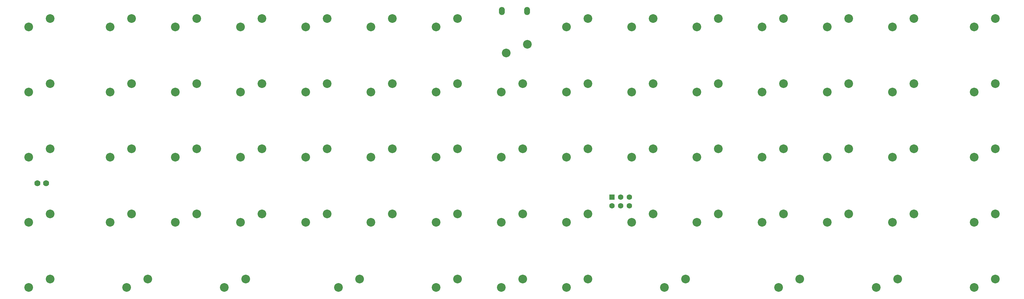
<source format=gbr>
%TF.GenerationSoftware,Altium Limited,Altium Designer,20.2.6 (244)*%
G04 Layer_Color=255*
%FSLAX45Y45*%
%MOMM*%
%TF.SameCoordinates,2F107FE3-984A-4B75-92AE-308BEDE16AF6*%
%TF.FilePolarity,Positive*%
%TF.FileFunction,Pads,Top*%
%TF.Part,Single*%
G01*
G75*
%TA.AperFunction,ComponentPad*%
%ADD16O,1.70000X2.40000*%
%ADD17C,2.54000*%
%ADD18R,1.60000X1.60000*%
%ADD19C,1.60000*%
%ADD20C,1.77800*%
D16*
X-365000Y720000D02*
D03*
X365000D02*
D03*
D17*
X5956889Y-5212917D02*
D03*
X5334000Y-5461000D02*
D03*
X-241889Y-502083D02*
D03*
X381000Y-254000D02*
D03*
X11049000Y254000D02*
D03*
X11671889Y502083D02*
D03*
Y-1402917D02*
D03*
X11049000Y-1651000D02*
D03*
X-14192250Y-3556000D02*
D03*
X-13569360Y-3307917D02*
D03*
X11049000Y-3556000D02*
D03*
X11671889Y-3307917D02*
D03*
X13430251Y-3556000D02*
D03*
X14053139Y-3307917D02*
D03*
X1524000Y-7366000D02*
D03*
X2146889Y-7117917D02*
D03*
X5004389D02*
D03*
X4381500Y-7366000D02*
D03*
X14053139Y-7117917D02*
D03*
X13430251Y-7366000D02*
D03*
X14053139Y-1402917D02*
D03*
X13430251Y-1651000D02*
D03*
X-5143500Y-7366000D02*
D03*
X-4520611Y-7117917D02*
D03*
X-11811000Y254000D02*
D03*
X-11188111Y502083D02*
D03*
X-9283111D02*
D03*
X-9906000Y254000D02*
D03*
X-8001000D02*
D03*
X-7378111Y502083D02*
D03*
X-5473111D02*
D03*
X-6096000Y254000D02*
D03*
X-4191000D02*
D03*
X-3568111Y502083D02*
D03*
X-1663111D02*
D03*
X-2286000Y254000D02*
D03*
X1524000D02*
D03*
X2146889Y502083D02*
D03*
X4051889D02*
D03*
X3429000Y254000D02*
D03*
X5334000D02*
D03*
X5956889Y502083D02*
D03*
X7861889D02*
D03*
X7239000Y254000D02*
D03*
X9144000D02*
D03*
X9766889Y502083D02*
D03*
X10572750Y-7366000D02*
D03*
X11195639Y-7117917D02*
D03*
X7715250Y-7366000D02*
D03*
X8338139Y-7117917D02*
D03*
X241889D02*
D03*
X-381000Y-7366000D02*
D03*
X-1663111Y-7117917D02*
D03*
X-2286000Y-7366000D02*
D03*
X-8477250D02*
D03*
X-7854361Y-7117917D02*
D03*
X-11334750Y-7366000D02*
D03*
X-10711861Y-7117917D02*
D03*
X-14192250Y-7366000D02*
D03*
X-13569360Y-7117917D02*
D03*
X-14192250Y-5461000D02*
D03*
X-13569360Y-5212917D02*
D03*
X-11188111D02*
D03*
X-11811000Y-5461000D02*
D03*
X-9283111Y-5212917D02*
D03*
X-9906000Y-5461000D02*
D03*
X-7378111Y-5212917D02*
D03*
X-8001000Y-5461000D02*
D03*
X-5473111Y-5212917D02*
D03*
X-6096000Y-5461000D02*
D03*
X-3568111Y-5212917D02*
D03*
X-4191000Y-5461000D02*
D03*
X-1663111Y-5212917D02*
D03*
X-2286000Y-5461000D02*
D03*
X241889Y-5212917D02*
D03*
X-381000Y-5461000D02*
D03*
X2146889Y-5212917D02*
D03*
X1524000Y-5461000D02*
D03*
X4051889Y-5212917D02*
D03*
X3429000Y-5461000D02*
D03*
X7861889Y-5212917D02*
D03*
X7239000Y-5461000D02*
D03*
X9766889Y-5212917D02*
D03*
X9144000Y-5461000D02*
D03*
X11671889Y-5212917D02*
D03*
X11049000Y-5461000D02*
D03*
X13430251D02*
D03*
X14053139Y-5212917D02*
D03*
X9766889Y-3307917D02*
D03*
X9144000Y-3556000D02*
D03*
X7861889Y-3307917D02*
D03*
X7239000Y-3556000D02*
D03*
X5956889Y-3307917D02*
D03*
X5334000Y-3556000D02*
D03*
X4051889Y-3307917D02*
D03*
X3429000Y-3556000D02*
D03*
X2146889Y-3307917D02*
D03*
X1524000Y-3556000D02*
D03*
X241889Y-3307917D02*
D03*
X-381000Y-3556000D02*
D03*
X-1663111Y-3307917D02*
D03*
X-2286000Y-3556000D02*
D03*
X-3568111Y-3307917D02*
D03*
X-4191000Y-3556000D02*
D03*
X-5473111Y-3307917D02*
D03*
X-6096000Y-3556000D02*
D03*
X-7378111Y-3307917D02*
D03*
X-8001000Y-3556000D02*
D03*
X-9283111Y-3307917D02*
D03*
X-9906000Y-3556000D02*
D03*
X-11188111Y-3307917D02*
D03*
X-11811000Y-3556000D02*
D03*
X-14192250Y-1651000D02*
D03*
X-13569360Y-1402917D02*
D03*
X-11811000Y-1651000D02*
D03*
X-11188111Y-1402917D02*
D03*
X-9906000Y-1651000D02*
D03*
X-9283111Y-1402917D02*
D03*
X-8001000Y-1651000D02*
D03*
X-7378111Y-1402917D02*
D03*
X-6096000Y-1651000D02*
D03*
X-5473111Y-1402917D02*
D03*
X-4191000Y-1651000D02*
D03*
X-3568111Y-1402917D02*
D03*
X-2286000Y-1651000D02*
D03*
X-1663111Y-1402917D02*
D03*
X-381000Y-1651000D02*
D03*
X241889Y-1402917D02*
D03*
X1524000Y-1651000D02*
D03*
X2146889Y-1402917D02*
D03*
X3429000Y-1651000D02*
D03*
X4051889Y-1402917D02*
D03*
X5334000Y-1651000D02*
D03*
X5956889Y-1402917D02*
D03*
X7239000Y-1651000D02*
D03*
X7861889Y-1402917D02*
D03*
X9144000Y-1651000D02*
D03*
X9766889Y-1402917D02*
D03*
X13430251Y254000D02*
D03*
X14053139Y502083D02*
D03*
X-14192250Y254000D02*
D03*
X-13569360Y502083D02*
D03*
D18*
X2846000Y-4723000D02*
D03*
D19*
Y-4977000D02*
D03*
X3100000Y-4723000D02*
D03*
Y-4977000D02*
D03*
X3354000Y-4723000D02*
D03*
Y-4977000D02*
D03*
D20*
X-13684250Y-4318000D02*
D03*
X-13938251D02*
D03*
%TF.MD5,b66783627d5ada7a80691a29bc6cfec0*%
M02*

</source>
